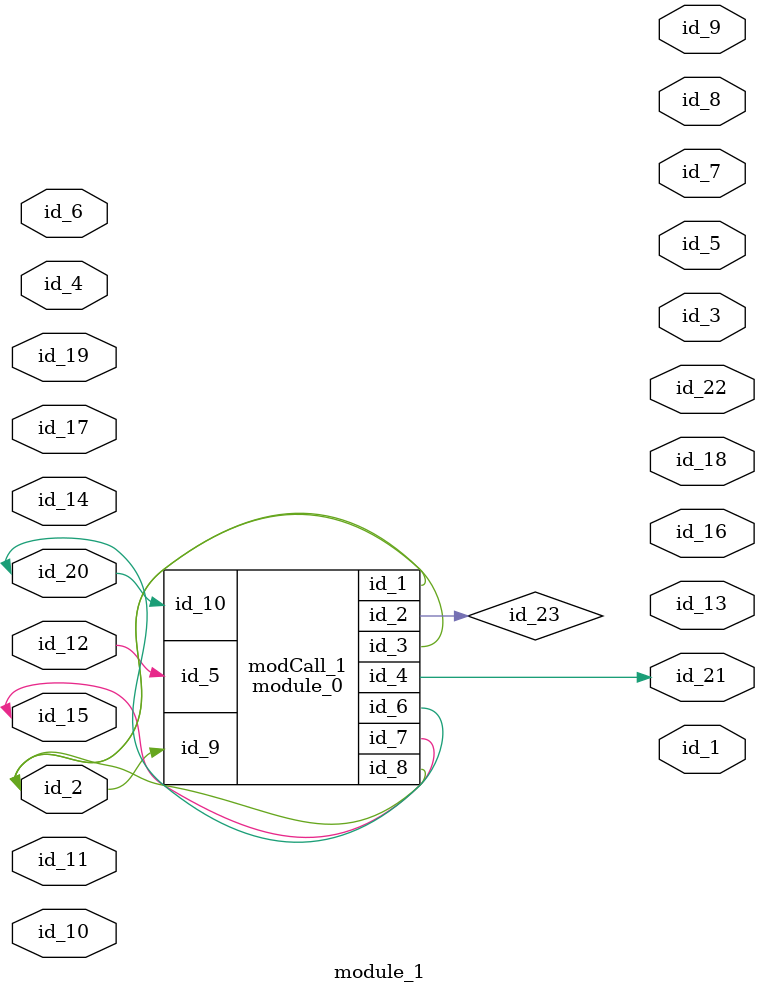
<source format=v>
module module_0 (
    id_1,
    id_2,
    id_3,
    id_4,
    id_5,
    id_6,
    id_7,
    id_8,
    id_9,
    id_10
);
  input wire id_10;
  input wire id_9;
  output wire id_8;
  output wire id_7;
  inout wire id_6;
  input wire id_5;
  output wire id_4;
  inout wire id_3;
  output wire id_2;
  inout wire id_1;
  wire id_11;
endmodule
module module_1 (
    id_1,
    id_2,
    id_3,
    id_4,
    id_5,
    id_6,
    id_7,
    id_8,
    id_9,
    id_10,
    id_11,
    id_12,
    id_13,
    id_14,
    id_15,
    id_16,
    id_17,
    id_18,
    id_19,
    id_20,
    id_21,
    id_22
);
  output wire id_22;
  output wire id_21;
  inout wire id_20;
  inout wire id_19;
  output wire id_18;
  inout wire id_17;
  output wire id_16;
  inout wire id_15;
  input wire id_14;
  output wire id_13;
  input wire id_12;
  input wire id_11;
  inout wire id_10;
  output wire id_9;
  output wire id_8;
  output wire id_7;
  input wire id_6;
  output wire id_5;
  input wire id_4;
  output wire id_3;
  inout wire id_2;
  output wire id_1;
  wire id_23;
  module_0 modCall_1 (
      id_2,
      id_23,
      id_2,
      id_21,
      id_12,
      id_20,
      id_15,
      id_2,
      id_2,
      id_20
  );
  wire id_24;
  wire id_25;
endmodule

</source>
